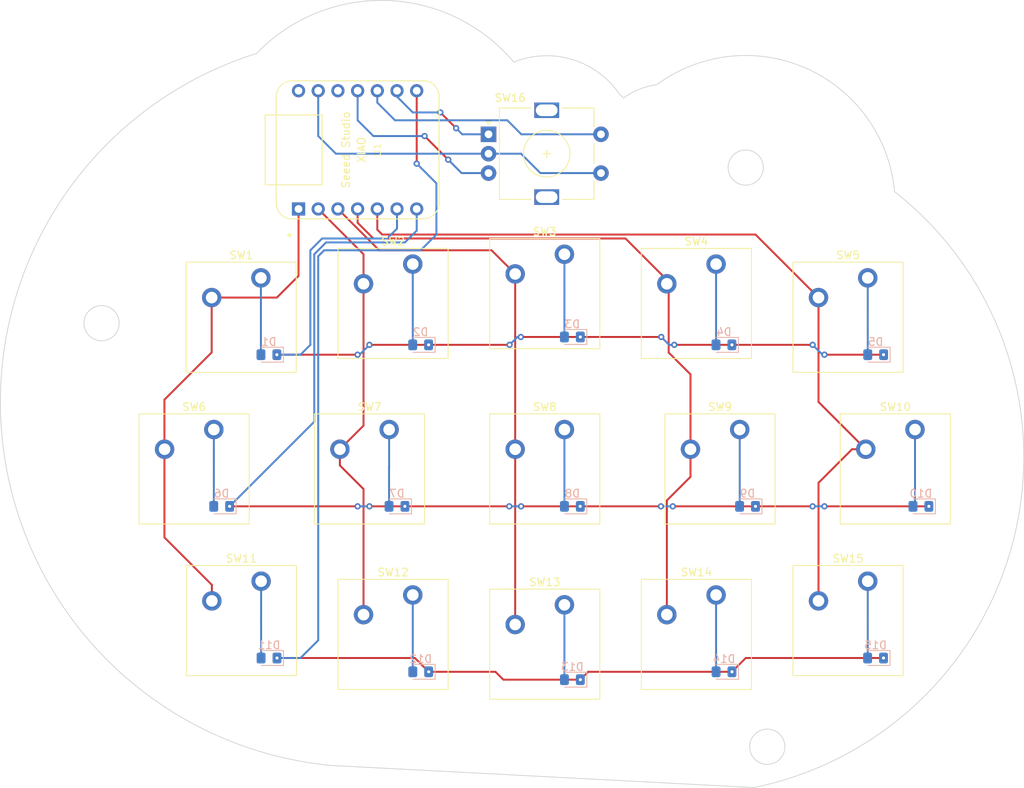
<source format=kicad_pcb>
(kicad_pcb (version 20240108) (generator "pcbnew") (generator_version "8.0")
  (layers (0 "F.Cu" signal) (31 "B.Cu" signal) (34 "B.Paste" user) (35 "F.Paste" user) (36 "B.SilkS" user "B.Silkscreen") (37 "F.SilkS" user "F.Silkscreen") (38 "B.Mask" user) (39 "F.Mask" user) (44 "Edge.Cuts" user))
  (net 0 "")
  (net 1 "Net-(D1-A)")
  (net 2 "ROW0")
  (net 3 "Net-(D2-A)")
  (net 4 "Net-(D3-A)")
  (net 5 "Net-(D4-A)")
  (net 6 "Net-(D5-A)")
  (net 7 "Net-(D6-A)")
  (net 8 "ROW1")
  (net 9 "Net-(D7-A)")
  (net 10 "Net-(D8-A)")
  (net 11 "Net-(D9-A)")
  (net 12 "Net-(D10-A)")
  (net 13 "ROW2")
  (net 14 "Net-(D11-A)")
  (net 15 "Net-(D12-A)")
  (net 16 "Net-(D13-A)")
  (net 17 "Net-(D14-A)")
  (net 18 "Net-(D15-A)")
  (net 19 "COL1")
  (net 20 "COL2")
  (net 21 "COL3")
  (net 22 "COL4")
  (net 23 "COL0")
  (net 24 "GND")
  (net 25 "EC11A")
  (net 26 "EC11SW")
  (net 27 "EC11B")
  (net 28 "VCC")
  (net 29 "3V3")
  (footprint "Switch_Keyboard_Cherry_MX:SW_Cherry_MX_PCB_1.00u" (layer "F.Cu") (at 179.578 99.822)
    (property "Reference" "SW10" (at 0 -8 0) (layer "F.SilkS"))
    (property "Value" "CherryMX")
    (fp_line (start -7.1 -7.1) (end -7.1 7.1) (stroke (width 0.12)) (layer "F.SilkS"))
    (fp_line (start -7.1 7.1) (end 7.1 7.1) (stroke (width 0.12)) (layer "F.SilkS"))
    (fp_line (start 7.1 -7.1) (end -7.1 -7.1) (stroke (width 0.12)) (layer "F.SilkS"))
    (fp_line (start 7.1 7.1) (end 7.1 -7.1) (stroke (width 0.12)) (layer "F.SilkS"))
    (pad "" np_thru_hole circle (at -5.08 0) (size 1.75 1.75) (drill 1.75) (layers "*.Cu" "*.Mask"))
    (pad "" np_thru_hole circle (at 0 0) (size 4 4) (drill 4) (layers "*.Cu" "*.Mask"))
    (pad "" np_thru_hole circle (at 5.08 0) (size 1.75 1.75) (drill 1.75) (layers "*.Cu" "*.Mask"))
    (pad "1" thru_hole circle (at -3.81 -2.54) (size 2.5 2.5) (drill 1.5) (layers "*.Cu" "*.Mask") (net 22 "COL4"))
    (pad "2" thru_hole circle (at 2.54 -5.08) (size 2.5 2.5) (drill 1.5) (layers "*.Cu" "*.Mask") (net 12 "Net-(D10-A)"))
  )
  (footprint "Switch_Keyboard_Cherry_MX:SW_Cherry_MX_PCB_1.00u" (layer "F.Cu") (at 95.25 119.38)
    (property "Reference" "SW11" (at 0 -8 0) (layer "F.SilkS"))
    (property "Value" "CherryMX")
    (fp_line (start -7.1 -7.1) (end -7.1 7.1) (stroke (width 0.12)) (layer "F.SilkS"))
    (fp_line (start -7.1 7.1) (end 7.1 7.1) (stroke (width 0.12)) (layer "F.SilkS"))
    (fp_line (start 7.1 -7.1) (end -7.1 -7.1) (stroke (width 0.12)) (layer "F.SilkS"))
    (fp_line (start 7.1 7.1) (end 7.1 -7.1) (stroke (width 0.12)) (layer "F.SilkS"))
    (pad "" np_thru_hole circle (at -5.08 0) (size 1.75 1.75) (drill 1.75) (layers "*.Cu" "*.Mask"))
    (pad "" np_thru_hole circle (at 0 0) (size 4 4) (drill 4) (layers "*.Cu" "*.Mask"))
    (pad "" np_thru_hole circle (at 5.08 0) (size 1.75 1.75) (drill 1.75) (layers "*.Cu" "*.Mask"))
    (pad "1" thru_hole circle (at -3.81 -2.54) (size 2.5 2.5) (drill 1.5) (layers "*.Cu" "*.Mask") (net 23 "COL0"))
    (pad "2" thru_hole circle (at 2.54 -5.08) (size 2.5 2.5) (drill 1.5) (layers "*.Cu" "*.Mask") (net 14 "Net-(D11-A)"))
  )
  (footprint "Seeed Studio XIAO Series Library:XIAO-Generic-Thruhole-14P-2.54-21X17.8MM" (layer "F.Cu") (at 110.236 58.674 90)
    (property "Reference" "U1" (at 0 2.54 90) (layer "F.SilkS") (effects (font (size 0.889 0.889) (thickness 0.1016))))
    (property "Value" "Seeed Studio XIAO RP2040" (hide yes))
    (fp_line (start 4.5 -11.92403) (end 4.5 -4.57073) (stroke (width 0.127)) (layer "F.SilkS"))
    (fp_line (start -4.5 -11.92403) (end 4.5 -11.92403) (stroke (width 0.127)) (layer "F.SilkS"))
    (fp_line (start 6.9 -10.49909) (end -6.9 -10.49909) (stroke (width 0.127)) (layer "F.SilkS"))
    (fp_line (start -8.9 -8.5) (end -8.9 8.5) (stroke (width 0.127)) (layer "F.SilkS"))
    (fp_line (start 4.5 -4.57073) (end -4.5 -4.57073) (stroke (width 0.127)) (layer "F.SilkS"))
    (fp_line (start -4.5 -4.57073) (end -4.5 -11.92403) (stroke (width 0.127)) (layer "F.SilkS"))
    (fp_line (start 8.9 8.5) (end 8.9 -8.5) (stroke (width 0.127)) (layer "F.SilkS"))
    (fp_line (start -6.9 10.5) (end 6.9 10.5) (stroke (width 0.127)) (layer "F.SilkS"))
    (fp_arc (start 6.9 -10.5) (mid 8.301494 -9.901494) (end 8.9 -8.5) (stroke (width 0.12)) (layer "F.SilkS"))
    (fp_arc (start -8.9 -8.5) (mid -8.301491 -9.901491) (end -6.9 -10.5) (stroke (width 0.12)) (layer "F.SilkS"))
    (fp_arc (start 8.9 8.5) (mid 8.314214 9.914214) (end 6.9 10.5) (stroke (width 0.12)) (layer "F.SilkS"))
    (fp_arc (start -6.9 10.5) (mid -8.301423 9.901423) (end -8.9 8.5) (stroke (width 0.12)) (layer "F.SilkS"))
    (fp_circle (center -11 -8.8) (end -11 -9.054) (fill solid) (layer "F.SilkS"))
    (fp_poly (pts (xy -8.887715 -8.561705) (xy -8.884667 -8.610473) (xy -8.880603 -8.659494)) (stroke (width 0.0254)) (fill none) (layer "F.SilkS"))
    (fp_poly (pts (xy 8.889492 8.521574) (xy 8.887713 8.57085) (xy 8.884665 8.619618) (xy 8.880601 8.668639) (xy 8.875268 8.717407) (xy 8.868664 8.766175) (xy 8.861044 8.81469) (xy 8.852153 8.86295) (xy 8.842248 8.910955)) (stroke (width 0.0254)) (fill none) (layer "F.SilkS"))
    (fp_text user "Seeed Studio" (at 0 -1.5 90) (layer "F.SilkS"))
    (fp_text user "XIAO" (at 0 0.5 90) (layer "F.SilkS"))
    (pad "1" thru_hole rect (at -7.625 -7.62 90) (size 1.7 1.7) (drill 1) (layers "*.Cu" "*.Mask") (net 23 "COL0"))
    (pad "2" thru_hole circle (at -7.625 -5.08 90) (size 1.7 1.7) (drill 1) (layers "*.Cu" "*.Mask") (net 19 "COL1"))
    (pad "3" thru_hole circle (at -7.625 -2.54 90) (size 1.7 1.7) (drill 1) (layers "*.Cu" "*.Mask") (net 20 "COL2"))
    (pad "4" thru_hole circle (at -7.625 0 90) (size 1.7 1.7) (drill 1) (layers "*.Cu" "*.Mask") (net 21 "COL3"))
    (pad "5" thru_hole circle (at -7.625 2.54 90) (size 1.7 1.7) (drill 1) (layers "*.Cu" "*.Mask") (net 22 "COL4"))
    (pad "6" thru_hole circle (at -7.625 5.08 270) (size 1.7 1.7) (drill 1) (layers "*.Cu" "*.Mask") (net 2 "ROW0"))
    (pad "7" thru_hole circle (at -7.625 7.62 90) (size 1.7 1.7) (drill 1) (layers "*.Cu" "*.Mask") (net 8 "ROW1"))
    (pad "8" thru_hole circle (at 7.625 7.62 90) (size 1.7 1.7) (drill 1) (layers "*.Cu" "*.Mask") (net 13 "ROW2"))
    (pad "9" thru_hole circle (at 7.625 5.08 90) (size 1.7 1.7) (drill 1) (layers "*.Cu" "*.Mask") (net 25 "EC11A"))
    (pad "10" thru_hole circle (at 7.625 2.54 90) (size 1.7 1.7) (drill 1) (layers "*.Cu" "*.Mask") (net 26 "EC11SW"))
    (pad "11" thru_hole circle (at 7.625 0 90) (size 1.7 1.7) (drill 1) (layers "*.Cu" "*.Mask") (net 27 "EC11B"))
    (pad "12" thru_hole circle (at 7.625 -2.54 90) (size 1.7 1.7) (drill 1) (layers "*.Cu" "*.Mask") (net 29 "3V3"))
    (pad "13" thru_hole circle (at 7.625 -5.08 90) (size 1.7 1.7) (drill 1) (layers "*.Cu" "*.Mask") (net 24 "GND"))
    (pad "14" thru_hole circle (at 7.625 -7.62 90) (size 1.7 1.7) (drill 1) (layers "*.Cu" "*.Mask") (net 28 "VCC"))
  )
  (footprint "Switch_Keyboard_Cherry_MX:SW_Cherry_MX_PCB_1.00u" (layer "F.Cu") (at 95.2246 80.264)
    (property "Reference" "SW1" (at 0 -8 0) (layer "F.SilkS"))
    (property "Value" "CherryMX")
    (fp_line (start -7.1 -7.1) (end -7.1 7.1) (stroke (width 0.12)) (layer "F.SilkS"))
    (fp_line (start -7.1 7.1) (end 7.1 7.1) (stroke (width 0.12)) (layer "F.SilkS"))
    (fp_line (start 7.1 -7.1) (end -7.1 -7.1) (stroke (width 0.12)) (layer "F.SilkS"))
    (fp_line (start 7.1 7.1) (end 7.1 -7.1) (stroke (width 0.12)) (layer "F.SilkS"))
    (pad "" np_thru_hole circle (at -5.08 0) (size 1.75 1.75) (drill 1.75) (layers "*.Cu" "*.Mask"))
    (pad "" np_thru_hole circle (at 0 0) (size 4 4) (drill 4) (layers "*.Cu" "*.Mask"))
    (pad "" np_thru_hole circle (at 5.08 0) (size 1.75 1.75) (drill 1.75) (layers "*.Cu" "*.Mask"))
    (pad "1" thru_hole circle (at -3.81 -2.54) (size 2.5 2.5) (drill 1.5) (layers "*.Cu" "*.Mask") (net 23 "COL0"))
    (pad "2" thru_hole circle (at 2.54 -5.08) (size 2.5 2.5) (drill 1.5) (layers "*.Cu" "*.Mask") (net 1 "Net-(D1-A)"))
  )
  (footprint "Switch_Keyboard_Cherry_MX:SW_Cherry_MX_PCB_1.00u" (layer "F.Cu") (at 153.924 121.158)
    (property "Reference" "SW14" (at 0 -8 0) (layer "F.SilkS"))
    (property "Value" "CherryMX")
    (fp_line (start -7.1 -7.1) (end -7.1 7.1) (stroke (width 0.12)) (layer "F.SilkS"))
    (fp_line (start -7.1 7.1) (end 7.1 7.1) (stroke (width 0.12)) (layer "F.SilkS"))
    (fp_line (start 7.1 -7.1) (end -7.1 -7.1) (stroke (width 0.12)) (layer "F.SilkS"))
    (fp_line (start 7.1 7.1) (end 7.1 -7.1) (stroke (width 0.12)) (layer "F.SilkS"))
    (pad "" np_thru_hole circle (at -5.08 0) (size 1.75 1.75) (drill 1.75) (layers "*.Cu" "*.Mask"))
    (pad "" np_thru_hole circle (at 0 0) (size 4 4) (drill 4) (layers "*.Cu" "*.Mask"))
    (pad "" np_thru_hole circle (at 5.08 0) (size 1.75 1.75) (drill 1.75) (layers "*.Cu" "*.Mask"))
    (pad "1" thru_hole circle (at -3.81 -2.54) (size 2.5 2.5) (drill 1.5) (layers "*.Cu" "*.Mask") (net 21 "COL3"))
    (pad "2" thru_hole circle (at 2.54 -5.08) (size 2.5 2.5) (drill 1.5) (layers "*.Cu" "*.Mask") (net 17 "Net-(D14-A)"))
  )
  (footprint "Switch_Keyboard_Cherry_MX:SW_Cherry_MX_PCB_1.00u" (layer "F.Cu") (at 156.972 99.822)
    (property "Reference" "SW9" (at 0 -8 0) (layer "F.SilkS"))
    (property "Value" "CherryMX")
    (fp_line (start -7.1 -7.1) (end -7.1 7.1) (stroke (width 0.12)) (layer "F.SilkS"))
    (fp_line (start -7.1 7.1) (end 7.1 7.1) (stroke (width 0.12)) (layer "F.SilkS"))
    (fp_line (start 7.1 -7.1) (end -7.1 -7.1) (stroke (width 0.12)) (layer "F.SilkS"))
    (fp_line (start 7.1 7.1) (end 7.1 -7.1) (stroke (width 0.12)) (layer "F.SilkS"))
    (pad "" np_thru_hole circle (at -5.08 0) (size 1.75 1.75) (drill 1.75) (layers "*.Cu" "*.Mask"))
    (pad "" np_thru_hole circle (at 0 0) (size 4 4) (drill 4) (layers "*.Cu" "*.Mask"))
    (pad "" np_thru_hole circle (at 5.08 0) (size 1.75 1.75) (drill 1.75) (layers "*.Cu" "*.Mask"))
    (pad "1" thru_hole circle (at -3.81 -2.54) (size 2.5 2.5) (drill 1.5) (layers "*.Cu" "*.Mask") (net 21 "COL3"))
    (pad "2" thru_hole circle (at 2.54 -5.08) (size 2.5 2.5) (drill 1.5) (layers "*.Cu" "*.Mask") (net 11 "Net-(D9-A)"))
  )
  (footprint "Switch_Keyboard_Cherry_MX:SW_Cherry_MX_PCB_1.00u" (layer "F.Cu") (at 173.482 80.264)
    (property "Reference" "SW5" (at 0 -8 0) (layer "F.SilkS"))
    (property "Value" "CherryMX")
    (fp_line (start -7.1 -7.1) (end -7.1 7.1) (stroke (width 0.12)) (layer "F.SilkS"))
    (fp_line (start -7.1 7.1) (end 7.1 7.1) (stroke (width 0.12)) (layer "F.SilkS"))
    (fp_line (start 7.1 -7.1) (end -7.1 -7.1) (stroke (width 0.12)) (layer "F.SilkS"))
    (fp_line (start 7.1 7.1) (end 7.1 -7.1) (stroke (width 0.12)) (layer "F.SilkS"))
    (pad "" np_thru_hole circle (at -5.08 0) (size 1.75 1.75) (drill 1.75) (layers "*.Cu" "*.Mask"))
    (pad "" np_thru_hole circle (at 0 0) (size 4 4) (drill 4) (layers "*.Cu" "*.Mask"))
    (pad "" np_thru_hole circle (at 5.08 0) (size 1.75 1.75) (drill 1.75) (layers "*.Cu" "*.Mask"))
    (pad "1" thru_hole circle (at -3.81 -2.54) (size 2.5 2.5) (drill 1.5) (layers "*.Cu" "*.Mask") (net 22 "COL4"))
    (pad "2" thru_hole circle (at 2.54 -5.08) (size 2.5 2.5) (drill 1.5) (layers "*.Cu" "*.Mask") (net 6 "Net-(D5-A)"))
  )
  (footprint "Rotary_Encoder:RotaryEncoder_Alps_EC11E-Switch_Vertical_H20mm" (layer "F.Cu") (at 127.12 56.67)
    (property "Reference" "SW16" (at 2.8 -4.7 0) (layer "F.SilkS"))
    (property "Value" "RotaryEncoder_Switch")
    (fp_line (start -0.3 -1.6) (end 0.3 -1.6) (stroke (width 0.12)) (layer "F.SilkS"))
    (fp_line (start 0 -1.3) (end -0.3 -1.6) (stroke (width 0.12)) (layer "F.SilkS"))
    (fp_line (start 0.3 -1.6) (end 0 -1.3) (stroke (width 0.12)) (layer "F.SilkS"))
    (fp_line (start 1.4 -3.4) (end 1.4 8.4) (stroke (width 0.12)) (layer "F.SilkS"))
    (fp_line (start 5.5 -3.4) (end 1.4 -3.4) (stroke (width 0.12)) (layer "F.SilkS"))
    (fp_line (start 5.5 8.4) (end 1.4 8.4) (stroke (width 0.12)) (layer "F.SilkS"))
    (fp_line (start 7 2.5) (end 8 2.5) (stroke (width 0.12)) (layer "F.SilkS"))
    (fp_line (start 7.5 2) (end 7.5 3) (stroke (width 0.12)) (layer "F.SilkS"))
    (fp_line (start 9.5 -3.4) (end 13.6 -3.4) (stroke (width 0.12)) (layer "F.SilkS"))
    (fp_line (start 13.6 -3.4) (end 13.6 -1) (stroke (width 0.12)) (layer "F.SilkS"))
    (fp_line (start 13.6 1.2) (end 13.6 3.8) (stroke (width 0.12)) (layer "F.SilkS"))
    (fp_line (start 13.6 6) (end 13.6 8.4) (stroke (width 0.12)) (layer "F.SilkS"))
    (fp_line (start 13.6 8.4) (end 9.5 8.4) (stroke (width 0.12)) (layer "F.SilkS"))
    (fp_circle (center 7.5 2.5) (end 10.5 2.5) (stroke (width 0.12)) (fill none) (layer "F.SilkS"))
    (pad "A" thru_hole rect (at 0 0) (size 2 2) (drill 1) (layers "*.Cu" "*.Mask") (net 25 "EC11A"))
    (pad "B" thru_hole circle (at 0 5) (size 2 2) (drill 1) (layers "*.Cu" "*.Mask") (net 27 "EC11B"))
    (pad "C" thru_hole circle (at 0 2.5) (size 2 2) (drill 1) (layers "*.Cu" "*.Mask") (net 24 "GND"))
    (pad "MP" thru_hole rect (at 7.5 -3.1) (size 3.2 2) (drill oval 2.8 1.5) (layers "*.Cu" "*.Mask"))
    (pad "MP" thru_hole rect (at 7.5 8.1) (size 3.2 2) (drill oval 2.8 1.5) (layers "*.Cu" "*.Mask"))
    (pad "S1" thru_hole circle (at 14.5 5) (size 2 2) (drill 1) (layers "*.Cu" "*.Mask") (net 24 "GND"))
    (pad "S2" thru_hole circle (at 14.5 0) (size 2 2) (drill 1) (layers "*.Cu" "*.Mask") (net 26 "EC11SW"))
  )
  (footprint "Switch_Keyboard_Cherry_MX:SW_Cherry_MX_PCB_1.00u" (layer "F.Cu") (at 111.76 99.822)
    (property "Reference" "SW7" (at 0 -8 0) (layer "F.SilkS"))
    (property "Value" "CherryMX")
    (fp_line (start -7.1 -7.1) (end -7.1 7.1) (stroke (width 0.12)) (layer "F.SilkS"))
    (fp_line (start -7.1 7.1) (end 7.1 7.1) (stroke (width 0.12)) (layer "F.SilkS"))
    (fp_line (start 7.1 -7.1) (end -7.1 -7.1) (stroke (width 0.12)) (layer "F.SilkS"))
    (fp_line (start 7.1 7.1) (end 7.1 -7.1) (stroke (width 0.12)) (layer "F.SilkS"))
    (pad "" np_thru_hole circle (at -5.08 0) (size 1.75 1.75) (drill 1.75) (layers "*.Cu" "*.Mask"))
    (pad "" np_thru_hole circle (at 0 0) (size 4 4) (drill 4) (layers "*.Cu" "*.Mask"))
    (pad "" np_thru_hole circle (at 5.08 0) (size 1.75 1.75) (drill 1.75) (layers "*.Cu" "*.Mask"))
    (pad "1" thru_hole circle (at -3.81 -2.54) (size 2.5 2.5) (drill 1.5) (layers "*.Cu" "*.Mask") (net 19 "COL1"))
    (pad "2" thru_hole circle (at 2.54 -5.08) (size 2.5 2.5) (drill 1.5) (layers "*.Cu" "*.Mask") (net 9 "Net-(D7-A)"))
  )
  (footprint "Switch_Keyboard_Cherry_MX:SW_Cherry_MX_PCB_1.00u" (layer "F.Cu") (at 89.154 99.822)
    (property "Reference" "SW6" (at 0 -8 0) (layer "F.SilkS"))
    (property "Value" "CherryMX")
    (fp_line (start -7.1 -7.1) (end -7.1 7.1) (stroke (width 0.12)) (layer "F.SilkS"))
    (fp_line (start -7.1 7.1) (end 7.1 7.1) (stroke (width 0.12)) (layer "F.SilkS"))
    (fp_line (start 7.1 -7.1) (end -7.1 -7.1) (stroke (width 0.12)) (layer "F.SilkS"))
    (fp_line (start 7.1 7.1) (end 7.1 -7.1) (stroke (width 0.12)) (layer "F.SilkS"))
    (pad "" np_thru_hole circle (at -5.08 0) (size 1.75 1.75) (drill 1.75) (layers "*.Cu" "*.Mask"))
    (pad "" np_thru_hole circle (at 0 0) (size 4 4) (drill 4) (layers "*.Cu" "*.Mask"))
    (pad "" np_thru_hole circle (at 5.08 0) (size 1.75 1.75) (drill 1.75) (layers "*.Cu" "*.Mask"))
    (pad "1" thru_hole circle (at -3.81 -2.54) (size 2.5 2.5) (drill 1.5) (layers "*.Cu" "*.Mask") (net 23 "COL0"))
    (pad "2" thru_hole circle (at 2.54 -5.08) (size 2.5 2.5) (drill 1.5) (layers "*.Cu" "*.Mask") (net 7 "Net-(D6-A)"))
  )
  (footprint "Switch_Keyboard_Cherry_MX:SW_Cherry_MX_PCB_1.00u" (layer "F.Cu") (at 134.366 99.822)
    (property "Reference" "SW8" (at 0 -8 0) (layer "F.SilkS"))
    (property "Value" "CherryMX")
    (fp_line (start -7.1 -7.1) (end -7.1 7.1) (stroke (width 0.12)) (layer "F.SilkS"))
    (fp_line (start -7.1 7.1) (end 7.1 7.1) (stroke (width 0.12)) (layer "F.SilkS"))
    (fp_line (start 7.1 -7.1) (end -7.1 -7.1) (stroke (width 0.12)) (layer "F.SilkS"))
    (fp_line (start 7.1 7.1) (end 7.1 -7.1) (stroke (width 0.12)) (layer "F.SilkS"))
    (pad "" np_thru_hole circle (at -5.08 0) (size 1.75 1.75) (drill 1.75) (layers "*.Cu" "*.Mask"))
    (pad "" np_thru_hole circle (at 0 0) (size 4 4) (drill 4) (layers "*.Cu" "*.Mask"))
    (pad "" np_thru_hole circle (at 5.08 0) (size 1.75 1.75) (drill 1.75) (layers "*.Cu" "*.Mask"))
    (pad "1" thru_hole circle (at -3.81 -2.54) (size 2.5 2.5) (drill 1.5) (layers "*.Cu" "*.Mask") (net 20 "COL2"))
    (pad "2" thru_hole circle (at 2.54 -5.08) (size 2.5 2.5) (drill 1.5) (layers "*.Cu" "*.Mask") (net 10 "Net-(D8-A)"))
  )
  (footprint "Switch_Keyboard_Cherry_MX:SW_Cherry_MX_PCB_1.00u" (layer "F.Cu") (at 114.808 121.158)
    (property "Reference" "SW12" (at 0 -8 0) (layer "F.SilkS"))
    (property "Value" "CherryMX")
    (fp_line (start -7.1 -7.1) (end -7.1 7.1) (stroke (width 0.12)) (layer "F.SilkS"))
    (fp_line (start -7.1 7.1) (end 7.1 7.1) (stroke (width 0.12)) (layer "F.SilkS"))
    (fp_line (start 7.1 -7.1) (end -7.1 -7.1) (stroke (width 0.12)) (layer "F.SilkS"))
    (fp_line (start 7.1 7.1) (end 7.1 -7.1) (stroke (width 0.12)) (layer "F.SilkS"))
    (pad "" np_thru_hole circle (at -5.08 0) (size 1.75 1.75) (drill 1.75) (layers "*.Cu" "*.Mask"))
    (pad "" np_thru_hole circle (at 0 0) (size 4 4) (drill 4) (layers "*.Cu" "*.Mask"))
    (pad "" np_thru_hole circle (at 5.08 0) (size 1.75 1.75) (drill 1.75) (layers "*.Cu" "*.Mask"))
    (pad "1" thru_hole circle (at -3.81 -2.54) (size 2.5 2.5) (drill 1.5) (layers "*.Cu" "*.Mask") (net 19 "COL1"))
    (pad "2" thru_hole circle (at 2.54 -5.08) (size 2.5 2.5) (drill 1.5) (layers "*.Cu" "*.Mask") (net 15 "Net-(D12-A)"))
  )
  (footprint "Switch_Keyboard_Cherry_MX:SW_Cherry_MX_PCB_1.00u" (layer "F.Cu") (at 114.808 78.486)
    (property "Reference" "SW2" (at 0 -8 0) (layer "F.SilkS"))
    (property "Value" "CherryMX")
    (fp_line (start -7.1 -7.1) (end -7.1 7.1) (stroke (width 0.12)) (layer "F.SilkS"))
    (fp_line (start -7.1 7.1) (end 7.1 7.1) (stroke (width 0.12)) (layer "F.SilkS"))
    (fp_line (start 7.1 -7.1) (end -7.1 -7.1) (stroke (width 0.12)) (layer "F.SilkS"))
    (fp_line (start 7.1 7.1) (end 7.1 -7.1) (stroke (width 0.12)) (layer "F.SilkS"))
    (pad "" np_thru_hole circle (at -5.08 0) (size 1.75 1.75) (drill 1.75) (layers "*.Cu" "*.Mask"))
    (pad "" np_thru_hole circle (at 0 0) (size 4 4) (drill 4) (layers "*.Cu" "*.Mask"))
    (pad "" np_thru_hole circle (at 5.08 0) (size 1.75 1.75) (drill 1.75) (layers "*.Cu" "*.Mask"))
    (pad "1" thru_hole circle (at -3.81 -2.54) (size 2.5 2.5) (drill 1.5) (layers "*.Cu" "*.Mask") (net 19 "COL1"))
    (pad "2" thru_hole circle (at 2.54 -5.08) (size 2.5 2.5) (drill 1.5) (layers "*.Cu" "*.Mask") (net 3 "Net-(D2-A)"))
  )
  (footprint "Switch_Keyboard_Cherry_MX:SW_Cherry_MX_PCB_1.00u" (layer "F.Cu") (at 173.482 119.38)
    (property "Reference" "SW15" (at 0 -8 0) (layer "F.SilkS"))
    (property "Value" "CherryMX")
    (fp_line (start -7.1 -7.1) (end -7.1 7.1) (stroke (width 0.12)) (layer "F.SilkS"))
    (fp_line (start -7.1 7.1) (end 7.1 7.1) (stroke (width 0.12)) (layer "F.SilkS"))
    (fp_line (start 7.1 -7.1) (end -7.1 -7.1) (stroke (width 0.12)) (layer "F.SilkS"))
    (fp_line (start 7.1 7.1) (end 7.1 -7.1) (stroke (width 0.12)) (layer "F.SilkS"))
    (pad "" np_thru_hole circle (at -5.08 0) (size 1.75 1.75) (drill 1.75) (layers "*.Cu" "*.Mask"))
    (pad "" np_thru_hole circle (at 0 0) (size 4 4) (drill 4) (layers "*.Cu" "*.Mask"))
    (pad "" np_thru_hole circle (at 5.08 0) (size 1.75 1.75) (drill 1.75) (layers "*.Cu" "*.Mask"))
    (pad "1" thru_hole circle (at -3.81 -2.54) (size 2.5 2.5) (drill 1.5) (layers "*.Cu" "*.Mask") (net 22 "COL4"))
    (pad "2" thru_hole circle (at 2.54 -5.08) (size 2.5 2.5) (drill 1.5) (layers "*.Cu" "*.Mask") (net 18 "Net-(D15-A)"))
  )
  (footprint "Switch_Keyboard_Cherry_MX:SW_Cherry_MX_PCB_1.00u" (layer "F.Cu") (at 134.366 77.216)
    (property "Reference" "SW3" (at 0 -8 0) (layer "F.SilkS"))
    (property "Value" "CherryMX")
    (fp_line (start -7.1 -7.1) (end -7.1 7.1) (stroke (width 0.12)) (layer "F.SilkS"))
    (fp_line (start -7.1 7.1) (end 7.1 7.1) (stroke (width 0.12)) (layer "F.SilkS"))
    (fp_line (start 7.1 -7.1) (end -7.1 -7.1) (stroke (width 0.12)) (layer "F.SilkS"))
    (fp_line (start 7.1 7.1) (end 7.1 -7.1) (stroke (width 0.12)) (layer "F.SilkS"))
    (pad "" np_thru_hole circle (at -5.08 0) (size 1.75 1.75) (drill 1.75) (layers "*.Cu" "*.Mask"))
    (pad "" np_thru_hole circle (at 0 0) (size 4 4) (drill 4) (layers "*.Cu" "*.Mask"))
    (pad "" np_thru_hole circle (at 5.08 0) (size 1.75 1.75) (drill 1.75) (layers "*.Cu" "*.Mask"))
    (pad "1" thru_hole circle (at -3.81 -2.54) (size 2.5 2.5) (drill 1.5) (layers "*.Cu" "*.Mask") (net 20 "COL2"))
    (pad "2" thru_hole circle (at 2.54 -5.08) (size 2.5 2.5) (drill 1.5) (layers "*.Cu" "*.Mask") (net 4 "Net-(D3-A)"))
  )
  (footprint "Switch_Keyboard_Cherry_MX:SW_Cherry_MX_PCB_1.00u" (layer "F.Cu") (at 134.366 122.428)
    (property "Reference" "SW13" (at 0 -8 0) (layer "F.SilkS"))
    (property "Value" "CherryMX")
    (fp_line (start -7.1 -7.1) (end -7.1 7.1) (stroke (width 0.12)) (layer "F.SilkS"))
    (fp_line (start -7.1 7.1) (end 7.1 7.1) (stroke (width 0.12)) (layer "F.SilkS"))
    (fp_line (start 7.1 -7.1) (end -7.1 -7.1) (stroke (width 0.12)) (layer "F.SilkS"))
    (fp_line (start 7.1 7.1) (end 7.1 -7.1) (stroke (width 0.12)) (layer "F.SilkS"))
    (pad "" np_thru_hole circle (at -5.08 0) (size 1.75 1.75) (drill 1.75) (layers "*.Cu" "*.Mask"))
    (pad "" np_thru_hole circle (at 0 0) (size 4 4) (drill 4) (layers "*.Cu" "*.Mask"))
    (pad "" np_thru_hole circle (at 5.08 0) (size 1.75 1.75) (drill 1.75) (layers "*.Cu" "*.Mask"))
    (pad "1" thru_hole circle (at -3.81 -2.54) (size 2.5 2.5) (drill 1.5) (layers "*.Cu" "*.Mask") (net 20 "COL2"))
    (pad "2" thru_hole circle (at 2.54 -5.08) (size 2.5 2.5) (drill 1.5) (layers "*.Cu" "*.Mask") (net 16 "Net-(D13-A)"))
  )
  (footprint "Switch_Keyboard_Cherry_MX:SW_Cherry_MX_PCB_1.00u" (layer "F.Cu") (at 153.924 78.486)
    (property "Reference" "SW4" (at 0 -8 0) (layer "F.SilkS"))
    (property "Value" "CherryMX")
    (fp_line (start -7.1 -7.1) (end -7.1 7.1) (stroke (width 0.12)) (layer "F.SilkS"))
    (fp_line (start -7.1 7.1) (end 7.1 7.1) (stroke (width 0.12)) (layer "F.SilkS"))
    (fp_line (start 7.1 -7.1) (end -7.1 -7.1) (stroke (width 0.12)) (layer "F.SilkS"))
    (fp_line (start 7.1 7.1) (end 7.1 -7.1) (stroke (width 0.12)) (layer "F.SilkS"))
    (pad "" np_thru_hole circle (at -5.08 0) (size 1.75 1.75) (drill 1.75) (layers "*.Cu" "*.Mask"))
    (pad "" np_thru_hole circle (at 0 0) (size 4 4) (drill 4) (layers "*.Cu" "*.Mask"))
    (pad "" np_thru_hole circle (at 5.08 0) (size 1.75 1.75) (drill 1.75) (layers "*.Cu" "*.Mask"))
    (pad "1" thru_hole circle (at -3.81 -2.54) (size 2.5 2.5) (drill 1.5) (layers "*.Cu" "*.Mask") (net 21 "COL3"))
    (pad "2" thru_hole circle (at 2.54 -5.08) (size 2.5 2.5) (drill 1.5) (layers "*.Cu" "*.Mask") (net 5 "Net-(D4-A)"))
  )
  (footprint "Diode_SMD:D_0805_2012Metric_Pad1.15x1.40mm_HandSolder" (layer "B.Cu") (at 118.364 83.82 180)
    (property "Reference" "D2" (at 0 1.65 0) (layer "B.SilkS") (effects (justify mirror)))
    (property "Value" "D")
    (fp_line (start 1 -0.96) (end -1.86 -0.96) (stroke (width 0.12)) (layer "B.SilkS"))
    (fp_line (start -1.86 0.96) (end 1 0.96) (stroke (width 0.12)) (layer "B.SilkS"))
    (fp_line (start -1.86 -0.96) (end -1.86 0.96) (stroke (width 0.12)) (layer "B.SilkS"))
    (pad "1" smd roundrect (at -1.025 0 180) (size 1.15 1.4) (layers "B.Cu" "B.Paste" "B.Mask") (roundrect_rratio 0.217391) (net 2 "ROW0"))
    (pad "2" smd roundrect (at 1.025 0 180) (size 1.15 1.4) (layers "B.Cu" "B.Paste" "B.Mask") (roundrect_rratio 0.217391) (net 3 "Net-(D2-A)"))
  )
  (footprint "Diode_SMD:D_0805_2012Metric_Pad1.15x1.40mm_HandSolder" (layer "B.Cu") (at 115.316 104.648 180)
    (property "Reference" "D7" (at 0 1.65 0) (layer "B.SilkS") (effects (justify mirror)))
    (property "Value" "D")
    (fp_line (start 1 -0.96) (end -1.86 -0.96) (stroke (width 0.12)) (layer "B.SilkS"))
    (fp_line (start -1.86 0.96) (end 1 0.96) (stroke (width 0.12)) (layer "B.SilkS"))
    (fp_line (start -1.86 -0.96) (end -1.86 0.96) (stroke (width 0.12)) (layer "B.SilkS"))
    (pad "1" smd roundrect (at -1.025 0 180) (size 1.15 1.4) (layers "B.Cu" "B.Paste" "B.Mask") (roundrect_rratio 0.217391) (net 8 "ROW1"))
    (pad "2" smd roundrect (at 1.025 0 180) (size 1.15 1.4) (layers "B.Cu" "B.Paste" "B.Mask") (roundrect_rratio 0.217391) (net 9 "Net-(D7-A)"))
  )
  (footprint "Diode_SMD:D_0805_2012Metric_Pad1.15x1.40mm_HandSolder" (layer "B.Cu") (at 137.931 82.804 180)
    (property "Reference" "D3" (at 0 1.65 0) (layer "B.SilkS") (effects (justify mirror)))
    (property "Value" "D")
    (fp_line (start 1 -0.96) (end -1.86 -0.96) (stroke (width 0.12)) (layer "B.SilkS"))
    (fp_line (start -1.86 0.96) (end 1 0.96) (stroke (width 0.12)) (layer "B.SilkS"))
    (fp_line (start -1.86 -0.96) (end -1.86 0.96) (stroke (width 0.12)) (layer "B.SilkS"))
    (pad "1" smd roundrect (at -1.025 0 180) (size 1.15 1.4) (layers "B.Cu" "B.Paste" "B.Mask") (roundrect_rratio 0.217391) (net 2 "ROW0"))
    (pad "2" smd roundrect (at 1.025 0 180) (size 1.15 1.4) (layers "B.Cu" "B.Paste" "B.Mask") (roundrect_rratio 0.217391) (net 4 "Net-(D3-A)"))
  )
  (footprint "Diode_SMD:D_0805_2012Metric_Pad1.15x1.40mm_HandSolder" (layer "B.Cu") (at 98.797 85.09 180)
    (property "Reference" "D1" (at 0 1.65 0) (layer "B.SilkS") (effects (justify mirror)))
    (property "Value" "D")
    (fp_line (start 1 -0.96) (end -1.86 -0.96) (stroke (width 0.12)) (layer "B.SilkS"))
    (fp_line (start -1.86 0.96) (end 1 0.96) (stroke (width 0.12)) (layer "B.SilkS"))
    (fp_line (start -1.86 -0.96) (end -1.86 0.96) (stroke (width 0.12)) (layer "B.SilkS"))
    (pad "1" smd roundrect (at -1.025 0 180) (size 1.15 1.4) (layers "B.Cu" "B.Paste" "B.Mask") (roundrect_rratio 0.217391) (net 2 "ROW0"))
    (pad "2" smd roundrect (at 1.025 0 180) (size 1.15 1.4) (layers "B.Cu" "B.Paste" "B.Mask") (roundrect_rratio 0.217391) (net 1 "Net-(D1-A)"))
  )
  (footprint "Diode_SMD:D_0805_2012Metric_Pad1.15x1.40mm_HandSolder" (layer "B.Cu") (at 157.489 125.984 180)
    (property "Reference" "D14" (at 0 1.65 0) (layer "B.SilkS") (effects (justify mirror)))
    (property "Value" "D")
    (fp_line (start 1 -0.96) (end -1.86 -0.96) (stroke (width 0.12)) (layer "B.SilkS"))
    (fp_line (start -1.86 0.96) (end 1 0.96) (stroke (width 0.12)) (layer "B.SilkS"))
    (fp_line (start -1.86 -0.96) (end -1.86 0.96) (stroke (width 0.12)) (layer "B.SilkS"))
    (pad "1" smd roundrect (at -1.025 0 180) (size 1.15 1.4) (layers "B.Cu" "B.Paste" "B.Mask") (roundrect_rratio 0.217391) (net 13 "ROW2"))
    (pad "2" smd roundrect (at 1.025 0 180) (size 1.15 1.4) (layers "B.Cu" "B.Paste" "B.Mask") (roundrect_rratio 0.217391) (net 17 "Net-(D14-A)"))
  )
  (footprint "Diode_SMD:D_0805_2012Metric_Pad1.15x1.40mm_HandSolder" (layer "B.Cu") (at 182.88 104.648 180)
    (property "Reference" "D10" (at 0 1.65 0) (layer "B.SilkS") (effects (justify mirror)))
    (property "Value" "D")
    (fp_line (start 1 -0.96) (end -1.86 -0.96) (stroke (width 0.12)) (layer "B.SilkS"))
    (fp_line (start -1.86 0.96) (end 1 0.96) (stroke (width 0.12)) (layer "B.SilkS"))
    (fp_line (start -1.86 -0.96) (end -1.86 0.96) (stroke (width 0.12)) (layer "B.SilkS"))
    (pad "1" smd roundrect (at -1.025 0 180) (size 1.15 1.4) (layers "B.Cu" "B.Paste" "B.Mask") (roundrect_rratio 0.217391) (net 8 "ROW1"))
    (pad "2" smd roundrect (at 1.025 0 180) (size 1.15 1.4) (layers "B.Cu" "B.Paste" "B.Mask") (roundrect_rratio 0.217391) (net 12 "Net-(D10-A)"))
  )
  (footprint "Diode_SMD:D_0805_2012Metric_Pad1.15x1.40mm_HandSolder" (layer "B.Cu") (at 98.815 124.206 180)
    (property "Reference" "D11" (at 0 1.65 0) (layer "B.SilkS") (effects (justify mirror)))
    (property "Value" "D")
    (fp_line (start 1 -0.96) (end -1.86 -0.96) (stroke (width 0.12)) (layer "B.SilkS"))
    (fp_line (start -1.86 0.96) (end 1 0.96) (stroke (width 0.12)) (layer "B.SilkS"))
    (fp_line (start -1.86 -0.96) (end -1.86 0.96) (stroke (width 0.12)) (layer "B.SilkS"))
    (pad "1" smd roundrect (at -1.025 0 180) (size 1.15 1.4) (layers "B.Cu" "B.Paste" "B.Mask") (roundrect_rratio 0.217391) (net 13 "ROW2"))
    (pad "2" smd roundrect (at 1.025 0 180) (size 1.15 1.4) (layers "B.Cu" "B.Paste" "B.Mask") (roundrect_rratio 0.217391) (net 14 "Net-(D11-A)"))
  )
  (footprint "Diode_SMD:D_0805_2012Metric_Pad1.15x1.40mm_HandSolder" (layer "B.Cu") (at 177.047 85.09 180)
    (property "Reference" "D5" (at 0 1.65 0) (layer "B.SilkS") (effects (justify mirror)))
    (property "Value" "D")
    (fp_line (start 1 -0.96) (end -1.86 -0.96) (stroke (width 0.12)) (layer "B.SilkS"))
    (fp_line (start -1.86 0.96) (end 1 0.96) (stroke (width 0.12)) (layer "B.SilkS"))
    (fp_line (start -1.86 -0.96) (end -1.86 0.96) (stroke (width 0.12)) (layer "B.SilkS"))
    (pad "1" smd roundrect (at -1.025 0 180) (size 1.15 1.4) (layers "B.Cu" "B.Paste" "B.Mask") (roundrect_rratio 0.217391) (net 2 "ROW0"))
    (pad "2" smd roundrect (at 1.025 0 180) (size 1.15 1.4) (layers "B.Cu" "B.Paste" "B.Mask") (roundrect_rratio 0.217391) (net 6 "Net-(D5-A)"))
  )
  (footprint "Diode_SMD:D_0805_2012Metric_Pad1.15x1.40mm_HandSolder" (layer "B.Cu") (at 177.029 124.206 180)
    (property "Reference" "D15" (at 0 1.65 0) (layer "B.SilkS") (effects (justify mirror)))
    (property "Value" "D")
    (fp_line (start 1 -0.96) (end -1.86 -0.96) (stroke (width 0.12)) (layer "B.SilkS"))
    (fp_line (start -1.86 0.96) (end 1 0.96) (stroke (width 0.12)) (layer "B.SilkS"))
    (fp_line (start -1.86 -0.96) (end -1.86 0.96) (stroke (width 0.12)) (layer "B.SilkS"))
    (pad "1" smd roundrect (at -1.025 0 180) (size 1.15 1.4) (layers "B.Cu" "B.Paste" "B.Mask") (roundrect_rratio 0.217391) (net 13 "ROW2"))
    (pad "2" smd roundrect (at 1.025 0 180) (size 1.15 1.4) (layers "B.Cu" "B.Paste" "B.Mask") (roundrect_rratio 0.217391) (net 18 "Net-(D15-A)"))
  )
  (footprint "Diode_SMD:D_0805_2012Metric_Pad1.15x1.40mm_HandSolder" (layer "B.Cu") (at 160.519 104.648 180)
    (property "Reference" "D9" (at 0 1.65 0) (layer "B.SilkS") (effects (justify mirror)))
    (property "Value" "D")
    (fp_line (start 1 -0.96) (end -1.86 -0.96) (stroke (width 0.12)) (layer "B.SilkS"))
    (fp_line (start -1.86 0.96) (end 1 0.96) (stroke (width 0.12)) (layer "B.SilkS"))
    (fp_line (start -1.86 -0.96) (end -1.86 0.96) (stroke (width 0.12)) (layer "B.SilkS"))
    (pad "1" smd roundrect (at -1.025 0 180) (size 1.15 1.4) (layers "B.Cu" "B.Paste" "B.Mask") (roundrect_rratio 0.217391) (net 8 "ROW1"))
    (pad "2" smd roundrect (at 1.025 0 180) (size 1.15 1.4) (layers "B.Cu" "B.Paste" "B.Mask") (roundrect_rratio 0.217391) (net 11 "Net-(D9-A)"))
  )
  (footprint "Diode_SMD:D_0805_2012Metric_Pad1.15x1.40mm_HandSolder" (layer "B.Cu") (at 137.931 127 180)
    (property "Reference" "D13" (at 0 1.65 0) (layer "B.SilkS") (effects (justify mirror)))
    (property "Value" "D")
    (fp_line (start 1 -0.96) (end -1.86 -0.96) (stroke (width 0.12)) (layer "B.SilkS"))
    (fp_line (start -1.86 0.96) (end 1 0.96) (stroke (width 0.12)) (layer "B.SilkS"))
    (fp_line (start -1.86 -0.96) (end -1.86 0.96) (stroke (width 0.12)) (layer "B.SilkS"))
    (pad "1" smd roundrect (at -1.025 0 180) (size 1.15 1.4) (layers "B.Cu" "B.Paste" "B.Mask") (roundrect_rratio 0.217391) (net 13 "ROW2"))
    (pad "2" smd roundrect (at 1.025 0 180) (size 1.15 1.4) (layers "B.Cu" "B.Paste" "B.Mask") (roundrect_rratio 0.217391) (net 16 "Net-(D13-A)"))
  )
  (footprint "Diode_SMD:D_0805_2012Metric_Pad1.15x1.40mm_HandSolder" (layer "B.Cu") (at 92.704175 104.648578 180)
    (property "Reference" "D6" (at 0 1.65 0) (layer "B.SilkS") (effects (justify mirror)))
    (property "Value" "D")
    (fp_line (start 1 -0.96) (end -1.86 -0.96) (stroke (width 0.12)) (layer "B.SilkS"))
    (fp_line (start -1.86 0.96) (end 1 0.96) (stroke (width 0.12)) (layer "B.SilkS"))
    (fp_line (start -1.86 -0.96) (end -1.86 0.96) (stroke (width 0.12)) (layer "B.SilkS"))
    (pad "1" smd roundrect (at -1.025 0 180) (size 1.15 1.4) (layers "B.Cu" "B.Paste" "B.Mask") (roundrect_rratio 0.217391) (net 8 "ROW1"))
    (pad "2" smd roundrect (at 1.025 0 180) (size 1.15 1.4) (layers "B.Cu" "B.Paste" "B.Mask") (roundrect_rratio 0.217391) (net 7 "Net-(D6-A)"))
  )
  (footprint "Diode_SMD:D_0805_2012Metric_Pad1.15x1.40mm_HandSolder" (layer "B.Cu") (at 137.931 104.648 180)
    (property "Reference" "D8" (at 0 1.65 0) (layer "B.SilkS") (effects (justify mirror)))
    (property "Value" "D")
    (fp_line (start 1 -0.96) (end -1.86 -0.96) (stroke (width 0.12)) (layer "B.SilkS"))
    (fp_line (start -1.86 0.96) (end 1 0.96) (stroke (width 0.12)) (layer "B.SilkS"))
    (fp_line (start -1.86 -0.96) (end -1.86 0.96) (stroke (width 0.12)) (layer "B.SilkS"))
    (pad "1" smd roundrect (at -1.025 0 180) (size 1.15 1.4) (layers "B.Cu" "B.Paste" "B.Mask") (roundrect_rratio 0.217391) (net 8 "ROW1"))
    (pad "2" smd roundrect (at 1.025 0 180) (size 1.15 1.4) (layers "B.Cu" "B.Paste" "B.Mask") (roundrect_rratio 0.217391) (net 10 "Net-(D8-A)"))
  )
  (footprint "Diode_SMD:D_0805_2012Metric_Pad1.15x1.40mm_HandSolder" (layer "B.Cu") (at 157.48 83.82 180)
    (property "Reference" "D4" (at 0 1.65 0) (layer "B.SilkS") (effects (justify mirror)))
    (property "Value" "D")
    (fp_line (start 1 -0.96) (end -1.86 -0.96) (stroke (width 0.12)) (layer "B.SilkS"))
    (fp_line (start -1.86 0.96) (end 1 0.96) (stroke (width 0.12)) (layer "B.SilkS"))
    (fp_line (start -1.86 -0.96) (end -1.86 0.96) (stroke (width 0.12)) (layer "B.SilkS"))
    (pad "1" smd roundrect (at -1.025 0 180) (size 1.15 1.4) (layers "B.Cu" "B.Paste" "B.Mask") (roundrect_rratio 0.217391) (net 2 "ROW0"))
    (pad "2" smd roundrect (at 1.025 0 180) (size 1.15 1.4) (layers "B.Cu" "B.Paste" "B.Mask") (roundrect_rratio 0.217391) (net 5 "Net-(D4-A)"))
  )
  (footprint "Diode_SMD:D_0805_2012Metric_Pad1.15x1.40mm_HandSolder" (layer "B.Cu") (at 118.373 125.984 180)
    (property "Reference" "D12" (at 0 1.65 0) (layer "B.SilkS") (effects (justify mirror)))
    (property "Value" "D")
    (fp_line (start 1 -0.96) (end -1.86 -0.96) (stroke (width 0.12)) (layer "B.SilkS"))
    (fp_line (start -1.86 0.96) (end 1 0.96) (stroke (width 0.12)) (layer "B.SilkS"))
    (fp_line (start -1.86 -0.96) (end -1.86 0.96) (stroke (width 0.12)) (layer "B.SilkS"))
    (pad "1" smd roundrect (at -1.025 0 180) (size 1.15 1.4) (layers "B.Cu" "B.Paste" "B.Mask") (roundrect_rratio 0.217391) (net 13 "ROW2"))
    (pad "2" smd roundrect (at 1.025 0 180) (size 1.15 1.4) (layers "B.Cu" "B.Paste" "B.Mask") (roundrect_rratio 0.217391) (net 15 "Net-(D12-A)"))
  )
  (gr_circle (center 163.068 135.650155) (end 165.1 134.634155) (stroke (width 0.1)) (fill none) (layer "Edge.Cuts"))
  (gr_circle (center 77.216 81.026) (end 79.248 80.01) (stroke (width 0.1)) (fill none) (layer "Edge.Cuts"))
  (gr_arc (start 179.477871 64.064274) (mid 194.981441 108.290788) (end 161.335001 140.913822) (stroke (width 0.1)) (layer "Edge.Cuts"))
  (gr_circle (center 160.288155 60.96) (end 162.320155 59.944) (stroke (width 0.1)) (fill none) (layer "Edge.Cuts"))
  (gr_line (start 144.05086 51.549326) (end 144.549312 51.973999) (stroke (width 0.1)) (layer "Edge.Cuts"))
  (gr_arc (start 148.838128 50.262668) (mid 168.192746 48.206282) (end 179.477871 64.064274) (stroke (width 0.1)) (layer "Edge.Cuts"))
  (gr_arc (start 144.549312 51.973999) (mid 146.588312 50.854167) (end 148.838128 50.262669) (stroke (width 0.1)) (layer "Edge.Cuts"))
  (gr_arc (start 97.193681 46.249581) (mid 114.029703 39.411956) (end 130.37157 47.358536) (stroke (width 0.1)) (layer "Edge.Cuts"))
  (gr_arc (start 130.37157 47.358536) (mid 137.952428 47.034515) (end 144.05086 51.549326) (stroke (width 0.1)) (layer "Edge.Cuts"))
  (gr_arc (start 106.898397 138.068453) (mid 64.42865 96.134954) (end 97.19368 46.24958) (stroke (width 0.1)) (layer "Edge.Cuts"))
  (gr_line (start 161.335001 140.913822) (end 106.898397 138.068453) (stroke (width 0.1)) (layer "Edge.Cuts"))
  (segment (start 97.7646 85.0826) (end 97.772 85.09) (width 0.25) (layer "B.Cu") (net 1))
  (segment (start 97.7646 75.184) (end 97.7646 85.0826) (width 0.25) (layer "B.Cu") (net 1))
  (segment (start 151.0745 83.82) (end 158.505 83.82) (width 0.25) (layer "F.Cu") (net 2))
  (segment (start 138.956 82.804) (end 131.281 82.804) (width 0.25) (layer "F.Cu") (net 2))
  (segment (start 168.91 83.82) (end 158.505 83.82) (width 0.25) (layer "F.Cu") (net 2))
  (segment (start 99.822 85.09) (end 110.236 85.09) (width 0.25) (layer "F.Cu") (net 2))
  (segment (start 170.434 85.09) (end 178.054 85.09) (width 0.25) (layer "F.Cu") (net 2))
  (segment (start 111.76 83.82) (end 119.389 83.82) (width 0.25) (layer "F.Cu") (net 2))
  (segment (start 129.831 83.82) (end 119.389 83.82) (width 0.25) (layer "F.Cu") (net 2))
  (segment (start 149.389 82.804) (end 138.956 82.804) (width 0.25) (layer "F.Cu") (net 2))
  (via (at 131.281 82.804) (size 0.8) (drill 0.4) (layers "F.Cu" "B.Cu") (net 2))
  (via (at 111.76 83.82) (size 0.8) (drill 0.4) (layers "F.Cu" "B.Cu") (net 2))
  (via (at 149.389 82.804) (size 0.8) (drill 0.4) (layers "F.Cu" "B.Cu") (net 2))
  (via (at 129.831 83.82) (size 0.8) (drill 0.4) (layers "F.Cu" "B.Cu") (net 2))
  (via (at 158.505 83.82) (size 0.8) (drill 0.4) (layers "F.Cu" "B.Cu") (net 2))
  (via (at 178.054 85.09) (size 0.8) (drill 0.4) (layers "F.Cu" "B.Cu") (net 2))
  (via (at 168.91 83.82) (size 0.8) (drill 0.4) (layers "F.Cu" "B.Cu") (net 2))
  (via (at 138.956 82.804) (size 0.8) (drill 0.4) (layers "F.Cu" "B.Cu") (net 2))
  (via (at 99.822 85.09) (size 0.8) (drill 0.4) (layers "F.Cu" "B.Cu") (net 2))
  (via (at 151.0745 83.82) (size 0.8) (drill 0.4) (layers "F.Cu" "B.Cu") (net 2))
  (via (at 119.389 83.82) (size 0.8) (drill 0.4) (layers "F.Cu" "B.Cu") (net 2))
  (via (at 170.434 85.09) (size 0.8) (drill 0.4) (layers "F.Cu" "B.Cu") (net 2))
  (via (at 110.236 85.09) (size 0.8) (drill 0.4) (layers "F.Cu" "B.Cu") (net 2))
  (segment (start 131.281 82.804) (end 130.847 82.804) (width 0.25) (layer "B.Cu") (net 2))
  (segment (start 104.14 71.628) (end 105.664 70.104) (width 0.25) (layer "B.Cu") (net 2))
  (segment (start 99.822 85.09) (end 102.87 85.09) (width 0.25) (layer "B.Cu") (net 2))
  (segment (start 150.405 83.82) (end 149.389 82.804) (width 0.25) (layer "B.Cu") (net 2))
  (segment (start 105.664 70.104) (end 114.046 70.104) (width 0.25) (layer "B.Cu") (net 2))
  (segment (start 115.316 68.834) (end 115.316 66.299) (width 0.25) (layer "B.Cu") (net 2))
  (segment (start 104.14 83.82) (end 104.14 71.628) (width 0.25) (layer "B.Cu") (net 2))
  (segment (start 110.49 85.09) (end 110.236 85.09) (width 0.25) (layer "B.Cu") (net 2))
  (segment (start 170.18 85.09) (end 170.434 85.09) (width 0.25) (layer "B.Cu") (net 2))
  (segment (start 102.87 85.09) (end 104.14 83.82) (width 0.25) (layer "B.Cu") (net 2))
  (segment (start 168.91 83.82) (end 170.18 85.09) (width 0.25) (layer "B.Cu") (net 2))
  (segment (start 151.0745 83.82) (end 150.405 83.82) (width 0.25) (layer "B.Cu") (net 2))
  (segment (start 111.76 83.82) (end 110.49 85.09) (width 0.25) (layer "B.Cu") (net 2))
  (segment (start 114.046 70.104) (end 115.316 68.834) (width 0.25) (layer "B.Cu") (net 2))
  (segment (start 130.847 82.804) (end 129.831 83.82) (width 0.25) (layer "B.Cu") (net 2))
  (segment (start 117.348 73.406) (end 117.348 83.811) (width 0.25) (layer "B.Cu") (net 3))
  (segment (start 117.348 83.811) (end 117.339 83.82) (width 0.25) (layer "B.Cu") (net 3))
  (segment (start 136.906 72.136) (end 136.906 82.804) (width 0.25) (layer "B.Cu") (net 4))
  (segment (start 156.464 83.3741) (end 156.455 83.3831) (width 0.25) (layer "B.Cu") (net 5))
  (segment (start 156.464 73.406) (end 156.464 83.3741) (width 0.25) (layer "B.Cu") (net 5))
  (segment (start 156.455 83.3831) (end 156.455 83.82) (width 0.25) (layer "B.Cu") (net 5))
  (segment (start 176.022 75.184) (end 176.022 85.09) (width 0.25) (layer "B.Cu") (net 6))
  (segment (start 91.694 104.633753) (end 91.679175 104.648578) (width 0.25) (layer "B.Cu") (net 7))
  (segment (start 91.694 94.742) (end 91.694 104.633753) (width 0.25) (layer "B.Cu") (net 7))
  (segment (start 111.76 104.648) (end 116.332 104.648) (width 0.25) (layer "F.Cu") (net 8))
  (segment (start 150.876 104.648) (end 161.544 104.648) (width 0.25) (layer "F.Cu") (net 8))
  (segment (start 170.434 104.648) (end 183.905 104.648) (width 0.25) (layer "F.Cu") (net 8))
  (segment (start 138.938 104.648) (end 149.352 104.648) (width 0.25) (layer "F.Cu") (net 8))
  (segment (start 93.729175 104.648578) (end 93.729753 104.648) (width 0.25) (layer "F.Cu") (net 8))
  (segment (start 93.729753 104.648) (end 110.236 104.648) (width 0.25) (layer "F.Cu") (net 8))
  (segment (start 161.544 104.648) (end 168.91 104.648) (width 0.25) (layer "F.Cu") (net 8))
  (segment (start 116.332 104.648) (end 129.794 104.648) (width 0.25) (layer "F.Cu") (net 8))
  (segment (start 131.318 104.648) (end 138.938 104.648) (width 0.25) (layer "F.Cu") (net 8))
  (via (at 168.91 104.648) (size 0.8) (drill 0.4) (layers "F.Cu" "B.Cu") (net 8))
  (via (at 110.236 104.648) (size 0.8) (drill 0.4) (layers "F.Cu" "B.Cu") (net 8))
  (via (at 150.876 104.648) (size 0.8) (drill 0.4) (layers "F.Cu" "B.Cu") (net 8))
  (via (at 131.318 104.648) (size 0.8) (drill 0.4) (layers "F.Cu" "B.Cu") (net 8))
  (via (at 93.729175 104.648578) (size 0.8) (drill 0.4) (layers "F.Cu" "B.Cu") (net 8))
  (via (at 183.905 104.648) (size 0.8) (drill 0.4) (layers "F.Cu" "B.Cu") (net 8))
  (via (at 129.794 104.648) (size 0.8) (drill 0.4) (layers "F.Cu" "B.Cu") (net 8))
  (via (at 161.544 104.648) (size 0.8) (drill 0.4) (layers "F.Cu" "B.Cu") (net 8))
  (via (at 111.76 104.648) (size 0.8) (drill 0.4) (layers "F.Cu" "B.Cu") (net 8))
  (via (at 116.332 104.648) (size 0.8) (drill 0.4) (layers "F.Cu" "B.Cu") (net 8))
  (via (at 170.434 104.648) (size 0.8) (drill 0.4) (layers "F.Cu" "B.Cu") (net 8))
  (via (at 149.352 104.648) (size 0.8) (drill 0.4) (layers "F.Cu" "B.Cu") (net 8))
  (via (at 138.938 104.648) (size 0.8) (drill 0.4) (layers "F.Cu" "B.Cu") (net 8))
  (segment (start 149.352 104.648) (end 150.876 104.648) (width 0.25) (layer "B.Cu") (net 8))
  (segment (start 117.856 69.088) (end 117.856 66.299) (width 0.25) (layer "B.Cu") (net 8))
  (segment (start 104.648 93.729753) (end 104.648 72.136) (width 0.25) (layer "B.Cu") (net 8))
  (segment (start 106.172 70.612) (end 116.332 70.612) (width 0.25) (layer "B.Cu") (net 8))
  (segment (start 168.91 104.648) (end 170.434 104.648) (width 0.25) (layer "B.Cu") (net 8))
  (segment (start 129.794 104.648) (end 131.318 104.648) (width 0.25) (layer "B.Cu") (net 8))
  (segment (start 110.236 104.648) (end 111.76 104.648) (width 0.25) (layer "B.Cu") (net 8))
  (segment (start 116.332 70.612) (end 117.856 69.088) (width 0.25) (layer "B.Cu") (net 8))
  (segment (start 93.729175 104.648578) (end 104.648 93.729753) (width 0.25) (layer "B.Cu") (net 8))
  (segment (start 104.648 72.136) (end 106.172 70.612) (width 0.25) (layer "B.Cu") (net 8))
  (segment (start 114.291 99.577) (end 114.291 104.648) (width 0.25) (layer "B.Cu") (net 9))
  (segment (start 114.3 94.742) (end 114.3 99.568) (width 0.25) (layer "B.Cu") (net 9))
  (segment (start 114.3 99.568) (end 114.291 99.577) (width 0.25) (layer "B.Cu") (net 9))
  (segment (start 136.906 94.742) (end 136.906 104.648) (width 0.25) (layer "B.Cu") (net 10))
  (segment (start 159.512 94.742) (end 159.512 104.63) (width 0.25) (layer "B.Cu") (net 11))
  (segment (start 159.512 104.63) (end 159.494 104.648) (width 0.25) (layer "B.Cu") (net 11))
  (segment (start 182.118 94.742) (end 182.118 104.385) (width 0.25) (layer "B.Cu") (net 12))
  (segment (start 182.118 104.385) (end 181.855 104.648) (width 0.25) (layer "B.Cu") (net 12))
  (segment (start 138.956 127) (end 129.032 127) (width 0.25) (layer "F.Cu") (net 13))
  (segment (start 158.514 125.984) (end 139.972 125.984) (width 0.25) (layer "F.Cu") (net 13))
  (segment (start 158.514 125.984) (end 160.292 124.206) (width 0.25) (layer "F.Cu") (net 13))
  (segment (start 128.016 125.984) (end 119.398 125.984) (width 0.25) (layer "F.Cu") (net 13))
  (segment (start 117.62 124.206) (end 119.398 125.984) (width 0.25) (layer "F.Cu") (net 13))
  (segment (start 129.032 127) (end 128.016 125.984) (width 0.25) (layer "F.Cu") (net 13))
  (segment (start 139.972 125.984) (end 138.956 127) (width 0.25) (layer "F.Cu") (net 13))
  (segment (start 117.856 60.452) (end 117.856 51.049) (width 0.25) (layer "F.Cu") (net 13))
  (segment (start 160.292 124.206) (end 178.054 124.206) (width 0.25) (layer "F.Cu") (net 13))
  (segment (start 99.84 124.206) (end 117.62 124.206) (width 0.25) (layer "F.Cu") (net 13))
  (via (at 117.856 60.452) (size 0.8) (drill 0.4) (layers "F.Cu" "B.Cu") (net 13))
  (via (at 178.054 124.206) (size 0.8) (drill 0.4) (layers "F.Cu" "B.Cu") (net 13))
  (via (at 138.956 127) (size 0.8) (drill 0.4) (layers "F.Cu" "B.Cu") (net 13))
  (via (at 99.84 124.206) (size 0.8) (drill 0.4) (layers "F.Cu" "B.Cu") (net 13))
  (via (at 119.398 125.984) (size 0.8) (drill 0.4) (layers "F.Cu" "B.Cu") (net 13))
  (via (at 158.514 125.984) (size 0.8) (drill 0.4) (layers "F.Cu" "B.Cu") (net 13))
  (segment (start 105.918 71.628) (end 118.364 71.628) (width 0.25) (layer "B.Cu") (net 13))
  (segment (start 120.396 62.992) (end 117.856 60.452) (width 0.25) (layer "B.Cu") (net 13))
  (segment (start 102.87 124.206) (end 99.84 124.206) (width 0.25) (layer "B.Cu") (net 13))
  (segment (start 120.396 69.596) (end 120.396 68.834) (width 0.25) (layer "B.Cu") (net 13))
  (segment (start 105.156 72.39) (end 105.156 121.92) (width 0.25) (layer "B.Cu") (net 13))
  (segment (start 105.156 72.39) (end 105.918 71.628) (width 0.25) (layer "B.Cu") (net 13))
  (segment (start 118.364 71.628) (end 120.396 69.596) (width 0.25) (layer "B.Cu") (net 13))
  (segment (start 105.156 121.92) (end 102.87 124.206) (width 0.25) (layer "B.Cu") (net 13))
  (segment (start 120.396 68.834) (end 120.396 62.992) (width 0.25) (layer "B.Cu") (net 13))
  (segment (start 97.79 114.3) (end 97.79 124.206) (width 0.25) (layer "B.Cu") (net 14))
  (segment (start 117.348 116.078) (end 117.348 125.984) (width 0.25) (layer "B.Cu") (net 15))
  (segment (start 136.906 117.348) (end 136.906 127) (width 0.25) (layer "B.Cu") (net 16))
  (segment (start 156.464 116.078) (end 156.464 125.984) (width 0.25) (layer "B.Cu") (net 17))
  (segment (start 176.022 114.3) (end 176.022 124.188) (width 0.25) (layer "B.Cu") (net 18))
  (segment (start 176.022 124.188) (end 176.004 124.206) (width 0.25) (layer "B.Cu") (net 18))
  (segment (start 107.95 97.282) (end 107.95 99.370757) (width 0.25) (layer "F.Cu") (net 19))
  (segment (start 110.998 75.946) (end 110.998 94.234) (width 0.25) (layer "F.Cu") (net 19))
  (segment (start 110.998 72.141) (end 105.156 66.299) (width 0.25) (layer "F.Cu") (net 19))
  (segment (start 107.95 99.370757) (end 110.998 102.418757) (width 0.25) (layer "F.Cu") (net 19))
  (segment (start 110.998 102.418757) (end 110.998 118.618) (width 0.25) (layer "F.Cu") (net 19))
  (segment (start 110.998 94.234) (end 107.95 97.282) (width 0.25) (layer "F.Cu") (net 19))
  (segment (start 110.998 75.946) (end 110.998 72.141) (width 0.25) (layer "F.Cu") (net 19))
  (segment (start 130.556 74.676) (end 130.556 97.282) (width 0.25) (layer "F.Cu") (net 20))
  (segment (start 130.556 74.676) (end 127.508 71.628) (width 0.25) (layer "F.Cu") (net 20))
  (segment (start 113.025 71.628) (end 107.696 66.299) (width 0.25) (layer "F.Cu") (net 20))
  (segment (start 127.508 71.628) (end 113.025 71.628) (width 0.25) (layer "F.Cu") (net 20))
  (segment (start 130.556 97.282) (end 130.556 119.888) (width 0.25) (layer "F.Cu") (net 20))
  (segment (start 150.114 103.886) (end 153.162 100.838) (width 0.25) (layer "F.Cu") (net 21))
  (segment (start 153.162 100.838) (end 153.162 97.282) (width 0.25) (layer "F.Cu") (net 21))
  (segment (start 150.3495 84.8175) (end 150.3495 76.1815) (width 0.25) (layer "F.Cu") (net 21))
  (segment (start 144.78 70.104) (end 150.114 75.438) (width 0.25) (layer "F.Cu") (net 21))
  (segment (start 150.114 118.618) (end 150.114 103.886) (width 0.25) (layer "F.Cu") (net 21))
  (segment (start 112.268 70.104) (end 144.78 70.104) (width 0.25) (layer "F.Cu") (net 21))
  (segment (start 110.236 66.299) (end 110.236 68.072) (width 0.25) (layer "F.Cu") (net 21))
  (segment (start 153.162 87.63) (end 150.3495 84.8175) (width 0.25) (layer "F.Cu") (net 21))
  (segment (start 153.162 97.282) (end 153.162 87.63) (width 0.25) (layer "F.Cu") (net 21))
  (segment (start 150.3495 76.1815) (end 150.114 75.946) (width 0.25) (layer "F.Cu") (net 21))
  (segment (start 110.236 68.072) (end 112.268 70.104) (width 0.25) (layer "F.Cu") (net 21))
  (segment (start 169.672 91.186) (end 175.768 97.282) (width 0.25) (layer "F.Cu") (net 22))
  (segment (start 169.672 77.724) (end 169.672 91.186) (width 0.25) (layer "F.Cu") (net 22))
  (segment (start 113.4085 69.596) (end 161.544 69.596) (width 0.25) (layer "F.Cu") (net 22))
  (segment (start 169.672 101.610234) (end 169.672 116.84) (width 0.25) (layer "F.Cu") (net 22))
  (segment (start 112.776 66.299) (end 112.776 68.9635) (width 0.25) (layer "F.Cu") (net 22))
  (segment (start 174.000234 97.282) (end 169.672 101.610234) (width 0.25) (layer "F.Cu") (net 22))
  (segment (start 175.768 97.282) (end 174.000234 97.282) (width 0.25) (layer "F.Cu") (net 22))
  (segment (start 112.776 68.9635) (end 113.4085 69.596) (width 0.25) (layer "F.Cu") (net 22))
  (segment (start 161.544 69.596) (end 169.672 77.724) (width 0.25) (layer "F.Cu") (net 22))
  (segment (start 85.324 108.66025) (end 91.44 114.77625) (width 0.25) (layer "F.Cu") (net 23))
  (segment (start 85.324 90.8885) (end 85.324 108.66025) (width 0.25) (layer "F.Cu") (net 23))
  (segment (start 91.4146 77.724) (end 91.4146 84.7979) (width 0.25) (layer "F.Cu") (net 23))
  (segment (start 99.822 77.724) (end 102.616 74.93) (width 0.25) (layer "F.Cu") (net 23))
  (segment (start 91.4146 84.7979) (end 85.324 90.8885) (width 0.25) (layer "F.Cu") (net 23))
  (segment (start 91.4146 77.724) (end 99.822 77.724) (width 0.25) (layer "F.Cu") (net 23))
  (segment (start 90.932 77.2414) (end 91.4146 77.724) (width 0.25) (layer "F.Cu") (net 23))
  (segment (start 91.44 114.77625) (end 91.44 116.84) (width 0.25) (layer "F.Cu") (net 23))
  (segment (start 102.616 74.93) (end 102.616 66.299) (width 0.25) (layer "F.Cu") (net 23))
  (segment (start 131.306 59.17) (end 133.806 61.67) (width 0.25) (layer "B.Cu") (net 24))
  (segment (start 127.12 59.17) (end 131.306 59.17) (width 0.25) (layer "B.Cu") (net 24))
  (segment (start 127.12 59.17) (end 107.43 59.17) (width 0.25) (layer "B.Cu") (net 24))
  (segment (start 107.43 59.17) (end 105.156 56.896) (width 0.25) (layer "B.Cu") (net 24))
  (segment (start 133.806 61.67) (end 141.62 61.67) (width 0.25) (layer "B.Cu") (net 24))
  (segment (start 105.156 56.896) (end 105.156 51.049) (width 0.25) (layer "B.Cu") (net 24))
  (segment (start 122.936 55.88) (end 120.904 53.848) (width 0.25) (layer "F.Cu") (net 25))
  (via (at 120.904 53.848) (size 0.8) (drill 0.4) (layers "F.Cu" "B.Cu") (net 25))
  (via (at 122.936 55.88) (size 0.8) (drill 0.4) (layers "F.Cu" "B.Cu") (net 25))
  (segment (start 120.904 53.848) (end 117.348 53.848) (width 0.25) (layer "B.Cu") (net 25))
  (segment (start 123.726 56.67) (end 122.936 55.88) (width 0.25) (layer "B.Cu") (net 25))
  (segment (start 117.348 53.848) (end 115.316 51.816) (width 0.25) (layer "B.Cu") (net 25))
  (segment (start 127.12 56.67) (end 123.726 56.67) (width 0.25) (layer "B.Cu") (net 25))
  (segment (start 115.316 51.816) (end 115.316 51.049) (width 0.25) (layer "B.Cu") (net 25))
  (segment (start 141.62 56.67) (end 131.346 56.67) (width 0.25) (layer "B.Cu") (net 26))
  (segment (start 115.062 54.864) (end 112.776 52.578) (width 0.25) (layer "B.Cu") (net 26))
  (segment (start 129.54 54.864) (end 115.062 54.864) (width 0.25) (layer "B.Cu") (net 26))
  (segment (start 112.776 52.578) (end 112.776 51.049) (width 0.25) (layer "B.Cu") (net 26))
  (segment (start 131.346 56.67) (end 129.54 54.864) (width 0.25) (layer "B.Cu") (net 26))
  (segment (start 121.92 59.944) (end 118.872 56.896) (width 0.25) (layer "F.Cu") (net 27))
  (via (at 118.872 56.896) (size 0.8) (drill 0.4) (layers "F.Cu" "B.Cu") (net 27))
  (via (at 121.92 59.944) (size 0.8) (drill 0.4) (layers "F.Cu" "B.Cu") (net 27))
  (segment (start 112.268 56.896) (end 110.236 54.864) (width 0.25) (layer "B.Cu") (net 27))
  (segment (start 123.646 61.67) (end 121.92 59.944) (width 0.25) (layer "B.Cu") (net 27))
  (segment (start 110.236 54.864) (end 110.236 51.049) (width 0.25) (layer "B.Cu") (net 27))
  (segment (start 127.12 61.67) (end 123.646 61.67) (width 0.25) (layer "B.Cu") (net 27))
  (segment (start 118.872 56.896) (end 112.268 56.896) (width 0.25) (layer "B.Cu") (net 27))
)
</source>
